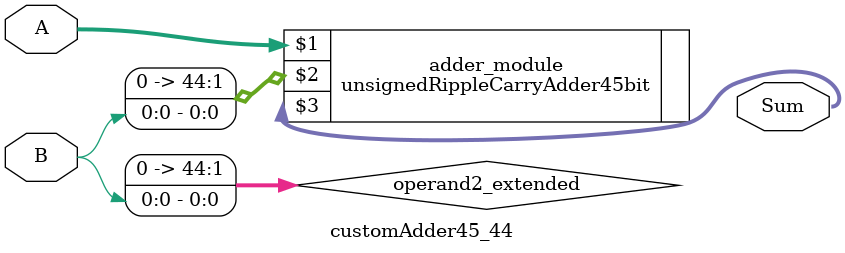
<source format=v>
module customAdder45_44(
                        input [44 : 0] A,
                        input [0 : 0] B,
                        
                        output [45 : 0] Sum
                );

        wire [44 : 0] operand2_extended;
        
        assign operand2_extended =  {44'b0, B};
        
        unsignedRippleCarryAdder45bit adder_module(
            A,
            operand2_extended,
            Sum
        );
        
        endmodule
        
</source>
